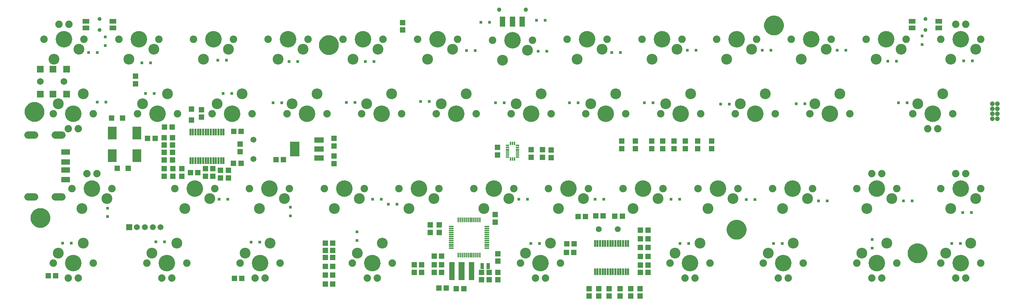
<source format=gbs>
G75*
%MOIN*%
%OFA0B0*%
%FSLAX25Y25*%
%IPPOS*%
%LPD*%
%AMOC8*
5,1,8,0,0,1.08239X$1,22.5*
%
%ADD10R,0.02769X0.02769*%
%ADD11C,0.10800*%
%ADD12C,0.16550*%
%ADD13C,0.07400*%
%ADD14C,0.07493*%
%ADD15R,0.05800X0.05300*%
%ADD16R,0.05300X0.05800*%
%ADD17R,0.01587X0.04737*%
%ADD18R,0.04737X0.01587*%
%ADD19R,0.03556X0.06312*%
%ADD20R,0.05524X0.18123*%
%ADD21R,0.06312X0.18123*%
%ADD22R,0.02375X0.06706*%
%ADD23C,0.05950*%
%ADD24R,0.09600X0.05600*%
%ADD25R,0.09461X0.14973*%
%ADD26R,0.05950X0.05950*%
%ADD27R,0.05524X0.05524*%
%ADD28R,0.08674X0.12611*%
%ADD29C,0.06706*%
%ADD30R,0.06706X0.06706*%
%ADD31C,0.07400*%
%ADD32R,0.08674X0.05524*%
%ADD33R,0.03457X0.01784*%
%ADD34R,0.01784X0.03457*%
%ADD35R,0.06902X0.04737*%
%ADD36C,0.03950*%
%ADD37C,0.04343*%
%ADD38R,0.05524X0.10446*%
%ADD39C,0.04769*%
%ADD40C,0.09068*%
%ADD41C,0.04000*%
%ADD42C,0.07874*%
D10*
X0047008Y0066842D03*
X0055669Y0066842D03*
X0091783Y0093368D03*
X0091783Y0102029D03*
X0140069Y0068092D03*
X0148730Y0068092D03*
X0235413Y0067748D03*
X0244075Y0067748D03*
X0274789Y0094141D03*
X0274789Y0102803D03*
X0212175Y0111006D03*
X0203514Y0111006D03*
X0341449Y0078331D03*
X0341449Y0069670D03*
X0372825Y0105878D03*
X0365925Y0111006D03*
X0357264Y0111006D03*
X0381486Y0105878D03*
X0503514Y0111006D03*
X0512175Y0111006D03*
X0579764Y0111006D03*
X0588425Y0111006D03*
X0656014Y0111006D03*
X0664675Y0111006D03*
X0731102Y0110454D03*
X0739764Y0110454D03*
X0803602Y0109204D03*
X0812264Y0109204D03*
X0888602Y0109204D03*
X0897264Y0109204D03*
X0947736Y0097679D03*
X0956398Y0097679D03*
X0945404Y0066488D03*
X0936742Y0066488D03*
X0857372Y0070514D03*
X0857372Y0061852D03*
X0767116Y0066517D03*
X0758455Y0066517D03*
X0673465Y0066517D03*
X0664803Y0066517D03*
X0524075Y0066498D03*
X0515413Y0066498D03*
X0705561Y0206134D03*
X0714222Y0206134D03*
X0781181Y0206567D03*
X0789843Y0206567D03*
X0883396Y0207462D03*
X0892057Y0207462D03*
X0881486Y0249264D03*
X0872825Y0249264D03*
X0830925Y0260120D03*
X0822264Y0260120D03*
X0755925Y0260120D03*
X0747264Y0260120D03*
X0680925Y0260120D03*
X0672264Y0260120D03*
X0605157Y0257974D03*
X0596496Y0257974D03*
X0531407Y0259224D03*
X0522746Y0259224D03*
X0459907Y0259974D03*
X0451246Y0259974D03*
X0465469Y0288167D03*
X0474131Y0288167D03*
X0521219Y0290267D03*
X0529881Y0290267D03*
X0358504Y0248909D03*
X0349843Y0248909D03*
X0282254Y0248909D03*
X0273593Y0248909D03*
X0211004Y0250159D03*
X0202343Y0250159D03*
X0134754Y0247659D03*
X0126093Y0247659D03*
X0081407Y0257974D03*
X0072746Y0257974D03*
X0089600Y0264836D03*
X0089600Y0273497D03*
X0130020Y0216960D03*
X0138681Y0216960D03*
X0090131Y0208260D03*
X0081470Y0208260D03*
X0207520Y0216960D03*
X0216181Y0216960D03*
X0257569Y0207423D03*
X0266230Y0207423D03*
X0330856Y0207718D03*
X0339518Y0207718D03*
X0405364Y0208811D03*
X0414026Y0208811D03*
X0480364Y0207561D03*
X0489026Y0207561D03*
X0554114Y0207561D03*
X0562776Y0207561D03*
X0629311Y0207384D03*
X0637972Y0207384D03*
X0907200Y0265836D03*
X0907200Y0274497D03*
X0948770Y0249569D03*
X0957431Y0249569D03*
D11*
X0935945Y0251252D03*
X0960945Y0261252D03*
X0886142Y0261252D03*
X0861142Y0251252D03*
X0811339Y0261252D03*
X0786339Y0251252D03*
X0736535Y0261252D03*
X0711535Y0251252D03*
X0661732Y0261252D03*
X0636732Y0251252D03*
X0586929Y0261252D03*
X0561929Y0251252D03*
X0512126Y0260267D03*
X0487126Y0250267D03*
X0437323Y0261252D03*
X0412323Y0251252D03*
X0362520Y0261252D03*
X0337520Y0251252D03*
X0287717Y0261252D03*
X0262717Y0251252D03*
X0212913Y0261252D03*
X0187913Y0251252D03*
X0138110Y0261252D03*
X0113110Y0251252D03*
X0063307Y0261252D03*
X0038307Y0251252D03*
X0067657Y0216449D03*
X0042657Y0206449D03*
X0126811Y0206449D03*
X0151811Y0216449D03*
X0201614Y0206449D03*
X0226614Y0216449D03*
X0276417Y0206449D03*
X0301417Y0216449D03*
X0351220Y0206449D03*
X0376220Y0216449D03*
X0426024Y0206449D03*
X0451024Y0216449D03*
X0500827Y0206449D03*
X0525827Y0216449D03*
X0575630Y0206449D03*
X0600630Y0216449D03*
X0650433Y0206449D03*
X0675433Y0216449D03*
X0725236Y0206449D03*
X0750236Y0216449D03*
X0800039Y0206449D03*
X0825039Y0216449D03*
X0902894Y0206449D03*
X0927894Y0216449D03*
X0960945Y0111645D03*
X0935945Y0101645D03*
X0876791Y0111645D03*
X0851791Y0101645D03*
X0792638Y0111645D03*
X0767638Y0101645D03*
X0717835Y0111645D03*
X0692835Y0101645D03*
X0643031Y0111645D03*
X0618031Y0101645D03*
X0568228Y0111645D03*
X0543228Y0101645D03*
X0493425Y0111645D03*
X0468425Y0101645D03*
X0418622Y0111645D03*
X0393622Y0101645D03*
X0343819Y0111645D03*
X0318819Y0101645D03*
X0269016Y0111645D03*
X0244016Y0101645D03*
X0194213Y0111645D03*
X0169213Y0101645D03*
X0091358Y0111645D03*
X0066358Y0101645D03*
X0067657Y0066842D03*
X0042657Y0056842D03*
X0136161Y0056842D03*
X0161161Y0066842D03*
X0229665Y0056842D03*
X0254665Y0066842D03*
X0341870Y0056842D03*
X0366870Y0066842D03*
X0510177Y0056842D03*
X0535177Y0066842D03*
X0659783Y0056842D03*
X0684783Y0066842D03*
X0753287Y0056842D03*
X0778287Y0066842D03*
X0846791Y0056842D03*
X0871791Y0066842D03*
X0930945Y0056842D03*
X0955945Y0066842D03*
D12*
X0945945Y0046842D03*
X0861791Y0046842D03*
X0768287Y0046842D03*
X0674783Y0046842D03*
X0525177Y0046842D03*
X0356870Y0046842D03*
X0244665Y0046842D03*
X0151161Y0046842D03*
X0057657Y0046842D03*
X0076358Y0121645D03*
X0179213Y0121645D03*
X0254016Y0121645D03*
X0328819Y0121645D03*
X0403622Y0121645D03*
X0478425Y0121645D03*
X0553228Y0121645D03*
X0628031Y0121645D03*
X0702835Y0121645D03*
X0777638Y0121645D03*
X0861791Y0121645D03*
X0945945Y0121645D03*
X0917894Y0196449D03*
X0815039Y0196449D03*
X0740236Y0196449D03*
X0665433Y0196449D03*
X0590630Y0196449D03*
X0515827Y0196449D03*
X0441024Y0196449D03*
X0366220Y0196449D03*
X0291417Y0196449D03*
X0216614Y0196449D03*
X0141811Y0196449D03*
X0057657Y0196449D03*
X0048307Y0271252D03*
X0123110Y0271252D03*
X0197913Y0271252D03*
X0272717Y0271252D03*
X0347520Y0271252D03*
X0422323Y0271252D03*
X0497126Y0270267D03*
X0571929Y0271252D03*
X0646732Y0271252D03*
X0721535Y0271252D03*
X0796339Y0271252D03*
X0871142Y0271252D03*
X0945945Y0271252D03*
D13*
X0052657Y0031842D03*
X0062657Y0031842D03*
X0146161Y0031842D03*
X0156161Y0031842D03*
X0239665Y0031842D03*
X0249665Y0031842D03*
X0351870Y0031842D03*
X0361870Y0031842D03*
X0520177Y0031842D03*
X0530177Y0031842D03*
X0669783Y0031842D03*
X0679783Y0031842D03*
X0763287Y0031842D03*
X0773287Y0031842D03*
X0856791Y0031842D03*
X0866791Y0031842D03*
X0940945Y0031842D03*
X0950945Y0031842D03*
X0950945Y0136645D03*
X0940945Y0136645D03*
X0866791Y0136645D03*
X0856791Y0136645D03*
X0912894Y0181449D03*
X0922894Y0181449D03*
X0940945Y0286252D03*
X0950945Y0286252D03*
X0081358Y0136645D03*
X0071358Y0136645D03*
X0062657Y0181449D03*
X0052657Y0181449D03*
X0053307Y0286252D03*
X0043307Y0286252D03*
D14*
X0028307Y0271252D03*
X0068307Y0271252D03*
X0103110Y0271252D03*
X0143110Y0271252D03*
X0177913Y0271252D03*
X0217913Y0271252D03*
X0252717Y0271252D03*
X0292717Y0271252D03*
X0327520Y0271252D03*
X0367520Y0271252D03*
X0402323Y0271252D03*
X0442323Y0271252D03*
X0477126Y0270267D03*
X0517126Y0270267D03*
X0551929Y0271252D03*
X0591929Y0271252D03*
X0626732Y0271252D03*
X0666732Y0271252D03*
X0701535Y0271252D03*
X0741535Y0271252D03*
X0776339Y0271252D03*
X0816339Y0271252D03*
X0851142Y0271252D03*
X0891142Y0271252D03*
X0925945Y0271252D03*
X0965945Y0271252D03*
X0937894Y0196449D03*
X0897894Y0196449D03*
X0835039Y0196449D03*
X0795039Y0196449D03*
X0760236Y0196449D03*
X0720236Y0196449D03*
X0685433Y0196449D03*
X0645433Y0196449D03*
X0610630Y0196449D03*
X0570630Y0196449D03*
X0535827Y0196449D03*
X0495827Y0196449D03*
X0461024Y0196449D03*
X0421024Y0196449D03*
X0386220Y0196449D03*
X0346220Y0196449D03*
X0311417Y0196449D03*
X0271417Y0196449D03*
X0236614Y0196449D03*
X0196614Y0196449D03*
X0161811Y0196449D03*
X0121811Y0196449D03*
X0077657Y0196449D03*
X0037657Y0196449D03*
X0056358Y0121645D03*
X0096358Y0121645D03*
X0159213Y0121645D03*
X0199213Y0121645D03*
X0234016Y0121645D03*
X0274016Y0121645D03*
X0308819Y0121645D03*
X0348819Y0121645D03*
X0383622Y0121645D03*
X0423622Y0121645D03*
X0458425Y0121645D03*
X0498425Y0121645D03*
X0533228Y0121645D03*
X0573228Y0121645D03*
X0608031Y0121645D03*
X0648031Y0121645D03*
X0682835Y0121645D03*
X0722835Y0121645D03*
X0757638Y0121645D03*
X0797638Y0121645D03*
X0841791Y0121645D03*
X0881791Y0121645D03*
X0925945Y0121645D03*
X0965945Y0121645D03*
X0965945Y0046842D03*
X0925945Y0046842D03*
X0881791Y0046842D03*
X0841791Y0046842D03*
X0788287Y0046842D03*
X0748287Y0046842D03*
X0694783Y0046842D03*
X0654783Y0046842D03*
X0545177Y0046842D03*
X0505177Y0046842D03*
X0376870Y0046842D03*
X0336870Y0046842D03*
X0264665Y0046842D03*
X0224665Y0046842D03*
X0171161Y0046842D03*
X0131161Y0046842D03*
X0077657Y0046842D03*
X0037657Y0046842D03*
D15*
X0204800Y0132317D03*
X0197300Y0133917D03*
X0189800Y0133917D03*
X0189800Y0141417D03*
X0197300Y0141417D03*
X0204800Y0139817D03*
X0212850Y0139817D03*
X0212850Y0132317D03*
X0166200Y0133917D03*
X0157100Y0133917D03*
X0148700Y0133917D03*
X0148700Y0141417D03*
X0157100Y0141417D03*
X0166200Y0141417D03*
X0156950Y0150217D03*
X0148550Y0150217D03*
X0148550Y0157717D03*
X0156950Y0157717D03*
X0156950Y0165067D03*
X0148550Y0165067D03*
X0148550Y0172567D03*
X0156950Y0172567D03*
X0186050Y0193067D03*
X0186050Y0200567D03*
X0120000Y0226567D03*
X0120000Y0234067D03*
X0224600Y0166117D03*
X0224600Y0158617D03*
X0318600Y0154117D03*
X0318600Y0146617D03*
X0318600Y0164217D03*
X0318600Y0171717D03*
X0482100Y0162817D03*
X0482100Y0155317D03*
X0515950Y0153017D03*
X0527350Y0153017D03*
X0535950Y0152667D03*
X0535950Y0160167D03*
X0527350Y0160517D03*
X0515950Y0160517D03*
X0606450Y0161567D03*
X0620200Y0161567D03*
X0620200Y0169067D03*
X0606450Y0169067D03*
X0636450Y0169067D03*
X0647700Y0169067D03*
X0658950Y0169067D03*
X0670200Y0169067D03*
X0670200Y0161567D03*
X0658950Y0161567D03*
X0647700Y0161567D03*
X0636450Y0161567D03*
X0682700Y0161567D03*
X0696450Y0161567D03*
X0696450Y0169067D03*
X0682700Y0169067D03*
X0479850Y0095367D03*
X0479850Y0087867D03*
X0423750Y0085067D03*
X0415000Y0085067D03*
X0415000Y0077567D03*
X0423750Y0077567D03*
X0482500Y0056317D03*
X0482500Y0048817D03*
X0482500Y0037567D03*
X0473750Y0037567D03*
X0466250Y0037567D03*
X0466250Y0030067D03*
X0473750Y0030067D03*
X0482500Y0030067D03*
X0573800Y0021317D03*
X0583400Y0021317D03*
X0593800Y0021317D03*
X0605000Y0021317D03*
X0615400Y0021317D03*
X0625000Y0021317D03*
X0625000Y0013817D03*
X0615400Y0013817D03*
X0605000Y0013817D03*
X0593800Y0013817D03*
X0583400Y0013817D03*
X0573800Y0013817D03*
X0387300Y0280417D03*
X0387300Y0287917D03*
D16*
X0156500Y0183067D03*
X0149000Y0183067D03*
X0139550Y0171817D03*
X0132050Y0171817D03*
X0218200Y0179017D03*
X0225700Y0179017D03*
X0260450Y0150567D03*
X0267950Y0150567D03*
X0225550Y0146967D03*
X0218050Y0146967D03*
X0182250Y0137667D03*
X0174750Y0137667D03*
X0309850Y0066767D03*
X0317350Y0066767D03*
X0317350Y0059567D03*
X0309850Y0059567D03*
X0309850Y0052367D03*
X0317350Y0052367D03*
X0317350Y0043567D03*
X0309850Y0043567D03*
X0309850Y0034767D03*
X0317350Y0034767D03*
X0317350Y0025967D03*
X0309850Y0025967D03*
X0226250Y0031567D03*
X0218750Y0031567D03*
X0040000Y0034067D03*
X0032500Y0034067D03*
X0398750Y0037567D03*
X0406250Y0037567D03*
X0418750Y0037567D03*
X0426250Y0037567D03*
X0426250Y0045067D03*
X0418750Y0045067D03*
X0406250Y0045067D03*
X0398750Y0045067D03*
X0418750Y0053817D03*
X0426250Y0053817D03*
X0423450Y0021967D03*
X0430950Y0021967D03*
X0441050Y0021167D03*
X0448550Y0021167D03*
X0551100Y0057517D03*
X0558600Y0057517D03*
X0558950Y0066317D03*
X0551450Y0066317D03*
X0625250Y0062367D03*
X0632750Y0062367D03*
X0632750Y0071167D03*
X0625250Y0071167D03*
X0625250Y0079967D03*
X0632750Y0079967D03*
X0607150Y0093767D03*
X0599650Y0093767D03*
X0587950Y0094167D03*
X0580450Y0094167D03*
X0570350Y0093567D03*
X0562850Y0093567D03*
X0625250Y0053567D03*
X0632750Y0053567D03*
X0632750Y0044767D03*
X0625250Y0044767D03*
X0625250Y0037567D03*
X0632750Y0037567D03*
D17*
X0464577Y0054850D03*
X0462608Y0054850D03*
X0460640Y0054850D03*
X0458671Y0054850D03*
X0456703Y0054850D03*
X0454734Y0054850D03*
X0452766Y0054850D03*
X0450797Y0054850D03*
X0448829Y0054850D03*
X0446860Y0054850D03*
X0444892Y0054850D03*
X0442923Y0054850D03*
X0442923Y0090283D03*
X0444892Y0090283D03*
X0446860Y0090283D03*
X0448829Y0090283D03*
X0450797Y0090283D03*
X0452766Y0090283D03*
X0454734Y0090283D03*
X0456703Y0090283D03*
X0458671Y0090283D03*
X0460640Y0090283D03*
X0462608Y0090283D03*
X0464577Y0090283D03*
D18*
X0471467Y0083393D03*
X0471467Y0081425D03*
X0471467Y0079456D03*
X0471467Y0077488D03*
X0471467Y0075519D03*
X0471467Y0073551D03*
X0471467Y0071582D03*
X0471467Y0069614D03*
X0471467Y0067645D03*
X0471467Y0065677D03*
X0471467Y0063708D03*
X0471467Y0061740D03*
X0436033Y0061740D03*
X0436033Y0063708D03*
X0436033Y0065677D03*
X0436033Y0067645D03*
X0436033Y0069614D03*
X0436033Y0071582D03*
X0436033Y0073551D03*
X0436033Y0075519D03*
X0436033Y0077488D03*
X0436033Y0079456D03*
X0436033Y0081425D03*
X0436033Y0083393D03*
D19*
X0467047Y0043817D03*
X0472953Y0043817D03*
D20*
X0456093Y0038817D03*
X0436407Y0038817D03*
D21*
X0446250Y0038817D03*
D22*
X0579766Y0038095D03*
X0582325Y0038095D03*
X0584884Y0038095D03*
X0587443Y0038095D03*
X0590002Y0038095D03*
X0592561Y0038095D03*
X0595120Y0038095D03*
X0597680Y0038095D03*
X0600239Y0038095D03*
X0602798Y0038095D03*
X0605357Y0038095D03*
X0607916Y0038095D03*
X0610475Y0038095D03*
X0613034Y0038095D03*
X0613034Y0066638D03*
X0610475Y0066638D03*
X0607916Y0066638D03*
X0605357Y0066638D03*
X0602798Y0066638D03*
X0600239Y0066638D03*
X0597680Y0066638D03*
X0595120Y0066638D03*
X0592561Y0066638D03*
X0590002Y0066638D03*
X0587443Y0066638D03*
X0584884Y0066638D03*
X0582325Y0066638D03*
X0579766Y0066638D03*
X0208034Y0149695D03*
X0205475Y0149695D03*
X0202916Y0149695D03*
X0200357Y0149695D03*
X0197798Y0149695D03*
X0195239Y0149695D03*
X0192680Y0149695D03*
X0190120Y0149695D03*
X0187561Y0149695D03*
X0185002Y0149695D03*
X0182443Y0149695D03*
X0179884Y0149695D03*
X0177325Y0149695D03*
X0174766Y0149695D03*
X0174766Y0178238D03*
X0177325Y0178238D03*
X0179884Y0178238D03*
X0182443Y0178238D03*
X0185002Y0178238D03*
X0187561Y0178238D03*
X0190120Y0178238D03*
X0192680Y0178238D03*
X0195239Y0178238D03*
X0197798Y0178238D03*
X0200357Y0178238D03*
X0202916Y0178238D03*
X0205475Y0178238D03*
X0208034Y0178238D03*
D23*
X0237850Y0170373D03*
X0237850Y0151160D03*
X0144948Y0082767D03*
X0137074Y0082767D03*
X0129200Y0082767D03*
X0121326Y0082767D03*
X0583394Y0080767D03*
X0602606Y0080767D03*
D24*
X0303600Y0152067D03*
X0303600Y0161167D03*
X0303600Y0170267D03*
D25*
X0279199Y0161167D03*
D26*
X0113452Y0082767D03*
D27*
X0112662Y0141967D03*
X0101638Y0141967D03*
X0176050Y0190055D03*
X0176050Y0201078D03*
X0106962Y0192167D03*
X0095938Y0192167D03*
D28*
X0096548Y0177167D03*
X0121352Y0177167D03*
X0121352Y0154667D03*
X0096548Y0154667D03*
D29*
X0048172Y0228717D03*
X0024550Y0228717D03*
D30*
X0024550Y0241315D03*
X0037148Y0241315D03*
X0050928Y0241315D03*
X0050928Y0216118D03*
X0037148Y0216118D03*
X0024550Y0216118D03*
D31*
X0018930Y0175172D02*
X0012330Y0175172D01*
X0039456Y0175172D02*
X0046056Y0175172D01*
X0046056Y0113361D02*
X0039456Y0113361D01*
X0018930Y0113361D02*
X0012330Y0113361D01*
D32*
X0049764Y0130487D03*
X0049764Y0140330D03*
X0049764Y0148204D03*
X0049764Y0158046D03*
D33*
X0492156Y0157078D03*
X0492156Y0155110D03*
X0492156Y0153141D03*
X0492156Y0159047D03*
X0492156Y0161015D03*
X0492156Y0162984D03*
X0492156Y0164952D03*
X0502096Y0164952D03*
X0502096Y0162984D03*
X0502096Y0161015D03*
X0502096Y0159047D03*
X0502096Y0157078D03*
X0502096Y0155110D03*
X0502096Y0153141D03*
D34*
X0499094Y0151124D03*
X0497126Y0151124D03*
X0495157Y0151124D03*
X0495157Y0166970D03*
X0497126Y0166970D03*
X0499094Y0166970D03*
D35*
X0897126Y0282669D03*
X0897126Y0289362D03*
X0923898Y0289362D03*
X0923898Y0282669D03*
X0097126Y0282669D03*
X0097126Y0289362D03*
X0070354Y0289362D03*
X0070354Y0282669D03*
D36*
X0083740Y0280602D03*
X0083740Y0291429D03*
X0910512Y0291429D03*
X0910512Y0280602D03*
D37*
X0510512Y0301017D03*
X0483740Y0301017D03*
D38*
X0487283Y0288910D03*
X0497126Y0288910D03*
X0506969Y0288910D03*
D39*
X0977500Y0206567D03*
X0982500Y0206567D03*
X0982500Y0201567D03*
X0977500Y0201567D03*
X0977500Y0196567D03*
X0982500Y0196567D03*
X0982500Y0191567D03*
X0977500Y0191567D03*
D40*
X0758937Y0285031D03*
X0313455Y0265346D03*
X0018780Y0198417D03*
X0024685Y0092118D03*
X0721535Y0080307D03*
X0902638Y0056685D03*
D41*
X0909538Y0056585D03*
X0907638Y0051685D03*
X0902438Y0049685D03*
X0897638Y0051785D03*
X0895638Y0056685D03*
X0897738Y0061485D03*
X0902838Y0063585D03*
X0907638Y0061685D03*
X0728435Y0080207D03*
X0726535Y0075307D03*
X0721335Y0073307D03*
X0716535Y0075407D03*
X0714535Y0080307D03*
X0716635Y0085107D03*
X0721735Y0087207D03*
X0726535Y0085307D03*
X0318455Y0260346D03*
X0313255Y0258346D03*
X0308455Y0260446D03*
X0306455Y0265346D03*
X0308555Y0270146D03*
X0313655Y0272246D03*
X0318455Y0270346D03*
X0320355Y0265246D03*
X0025680Y0198317D03*
X0023780Y0203417D03*
X0018980Y0205317D03*
X0013880Y0203217D03*
X0011780Y0198417D03*
X0013780Y0193517D03*
X0018580Y0191417D03*
X0023780Y0193417D03*
X0024885Y0099018D03*
X0029685Y0097118D03*
X0031585Y0092018D03*
X0029685Y0087118D03*
X0024485Y0085118D03*
X0019685Y0087218D03*
X0017685Y0092118D03*
X0019785Y0096918D03*
X0751937Y0285031D03*
X0753937Y0280131D03*
X0758737Y0278031D03*
X0763937Y0280031D03*
X0765837Y0284931D03*
X0763937Y0290031D03*
X0759137Y0291931D03*
X0754037Y0289831D03*
D42*
X0753031Y0285031D02*
X0753033Y0285184D01*
X0753039Y0285338D01*
X0753049Y0285491D01*
X0753063Y0285643D01*
X0753081Y0285796D01*
X0753103Y0285947D01*
X0753128Y0286098D01*
X0753158Y0286249D01*
X0753192Y0286399D01*
X0753229Y0286547D01*
X0753270Y0286695D01*
X0753315Y0286841D01*
X0753364Y0286987D01*
X0753417Y0287131D01*
X0753473Y0287273D01*
X0753533Y0287414D01*
X0753597Y0287554D01*
X0753664Y0287692D01*
X0753735Y0287828D01*
X0753810Y0287962D01*
X0753887Y0288094D01*
X0753969Y0288224D01*
X0754053Y0288352D01*
X0754141Y0288478D01*
X0754232Y0288601D01*
X0754326Y0288722D01*
X0754424Y0288840D01*
X0754524Y0288956D01*
X0754628Y0289069D01*
X0754734Y0289180D01*
X0754843Y0289288D01*
X0754955Y0289393D01*
X0755069Y0289494D01*
X0755187Y0289593D01*
X0755306Y0289689D01*
X0755428Y0289782D01*
X0755553Y0289871D01*
X0755680Y0289958D01*
X0755809Y0290040D01*
X0755940Y0290120D01*
X0756073Y0290196D01*
X0756208Y0290269D01*
X0756345Y0290338D01*
X0756484Y0290403D01*
X0756624Y0290465D01*
X0756766Y0290523D01*
X0756909Y0290578D01*
X0757054Y0290629D01*
X0757200Y0290676D01*
X0757347Y0290719D01*
X0757495Y0290758D01*
X0757644Y0290794D01*
X0757794Y0290825D01*
X0757945Y0290853D01*
X0758096Y0290877D01*
X0758249Y0290897D01*
X0758401Y0290913D01*
X0758554Y0290925D01*
X0758707Y0290933D01*
X0758860Y0290937D01*
X0759014Y0290937D01*
X0759167Y0290933D01*
X0759320Y0290925D01*
X0759473Y0290913D01*
X0759625Y0290897D01*
X0759778Y0290877D01*
X0759929Y0290853D01*
X0760080Y0290825D01*
X0760230Y0290794D01*
X0760379Y0290758D01*
X0760527Y0290719D01*
X0760674Y0290676D01*
X0760820Y0290629D01*
X0760965Y0290578D01*
X0761108Y0290523D01*
X0761250Y0290465D01*
X0761390Y0290403D01*
X0761529Y0290338D01*
X0761666Y0290269D01*
X0761801Y0290196D01*
X0761934Y0290120D01*
X0762065Y0290040D01*
X0762194Y0289958D01*
X0762321Y0289871D01*
X0762446Y0289782D01*
X0762568Y0289689D01*
X0762687Y0289593D01*
X0762805Y0289494D01*
X0762919Y0289393D01*
X0763031Y0289288D01*
X0763140Y0289180D01*
X0763246Y0289069D01*
X0763350Y0288956D01*
X0763450Y0288840D01*
X0763548Y0288722D01*
X0763642Y0288601D01*
X0763733Y0288478D01*
X0763821Y0288352D01*
X0763905Y0288224D01*
X0763987Y0288094D01*
X0764064Y0287962D01*
X0764139Y0287828D01*
X0764210Y0287692D01*
X0764277Y0287554D01*
X0764341Y0287414D01*
X0764401Y0287273D01*
X0764457Y0287131D01*
X0764510Y0286987D01*
X0764559Y0286841D01*
X0764604Y0286695D01*
X0764645Y0286547D01*
X0764682Y0286399D01*
X0764716Y0286249D01*
X0764746Y0286098D01*
X0764771Y0285947D01*
X0764793Y0285796D01*
X0764811Y0285643D01*
X0764825Y0285491D01*
X0764835Y0285338D01*
X0764841Y0285184D01*
X0764843Y0285031D01*
X0764841Y0284878D01*
X0764835Y0284724D01*
X0764825Y0284571D01*
X0764811Y0284419D01*
X0764793Y0284266D01*
X0764771Y0284115D01*
X0764746Y0283964D01*
X0764716Y0283813D01*
X0764682Y0283663D01*
X0764645Y0283515D01*
X0764604Y0283367D01*
X0764559Y0283221D01*
X0764510Y0283075D01*
X0764457Y0282931D01*
X0764401Y0282789D01*
X0764341Y0282648D01*
X0764277Y0282508D01*
X0764210Y0282370D01*
X0764139Y0282234D01*
X0764064Y0282100D01*
X0763987Y0281968D01*
X0763905Y0281838D01*
X0763821Y0281710D01*
X0763733Y0281584D01*
X0763642Y0281461D01*
X0763548Y0281340D01*
X0763450Y0281222D01*
X0763350Y0281106D01*
X0763246Y0280993D01*
X0763140Y0280882D01*
X0763031Y0280774D01*
X0762919Y0280669D01*
X0762805Y0280568D01*
X0762687Y0280469D01*
X0762568Y0280373D01*
X0762446Y0280280D01*
X0762321Y0280191D01*
X0762194Y0280104D01*
X0762065Y0280022D01*
X0761934Y0279942D01*
X0761801Y0279866D01*
X0761666Y0279793D01*
X0761529Y0279724D01*
X0761390Y0279659D01*
X0761250Y0279597D01*
X0761108Y0279539D01*
X0760965Y0279484D01*
X0760820Y0279433D01*
X0760674Y0279386D01*
X0760527Y0279343D01*
X0760379Y0279304D01*
X0760230Y0279268D01*
X0760080Y0279237D01*
X0759929Y0279209D01*
X0759778Y0279185D01*
X0759625Y0279165D01*
X0759473Y0279149D01*
X0759320Y0279137D01*
X0759167Y0279129D01*
X0759014Y0279125D01*
X0758860Y0279125D01*
X0758707Y0279129D01*
X0758554Y0279137D01*
X0758401Y0279149D01*
X0758249Y0279165D01*
X0758096Y0279185D01*
X0757945Y0279209D01*
X0757794Y0279237D01*
X0757644Y0279268D01*
X0757495Y0279304D01*
X0757347Y0279343D01*
X0757200Y0279386D01*
X0757054Y0279433D01*
X0756909Y0279484D01*
X0756766Y0279539D01*
X0756624Y0279597D01*
X0756484Y0279659D01*
X0756345Y0279724D01*
X0756208Y0279793D01*
X0756073Y0279866D01*
X0755940Y0279942D01*
X0755809Y0280022D01*
X0755680Y0280104D01*
X0755553Y0280191D01*
X0755428Y0280280D01*
X0755306Y0280373D01*
X0755187Y0280469D01*
X0755069Y0280568D01*
X0754955Y0280669D01*
X0754843Y0280774D01*
X0754734Y0280882D01*
X0754628Y0280993D01*
X0754524Y0281106D01*
X0754424Y0281222D01*
X0754326Y0281340D01*
X0754232Y0281461D01*
X0754141Y0281584D01*
X0754053Y0281710D01*
X0753969Y0281838D01*
X0753887Y0281968D01*
X0753810Y0282100D01*
X0753735Y0282234D01*
X0753664Y0282370D01*
X0753597Y0282508D01*
X0753533Y0282648D01*
X0753473Y0282789D01*
X0753417Y0282931D01*
X0753364Y0283075D01*
X0753315Y0283221D01*
X0753270Y0283367D01*
X0753229Y0283515D01*
X0753192Y0283663D01*
X0753158Y0283813D01*
X0753128Y0283964D01*
X0753103Y0284115D01*
X0753081Y0284266D01*
X0753063Y0284419D01*
X0753049Y0284571D01*
X0753039Y0284724D01*
X0753033Y0284878D01*
X0753031Y0285031D01*
X0307549Y0265346D02*
X0307551Y0265499D01*
X0307557Y0265653D01*
X0307567Y0265806D01*
X0307581Y0265958D01*
X0307599Y0266111D01*
X0307621Y0266262D01*
X0307646Y0266413D01*
X0307676Y0266564D01*
X0307710Y0266714D01*
X0307747Y0266862D01*
X0307788Y0267010D01*
X0307833Y0267156D01*
X0307882Y0267302D01*
X0307935Y0267446D01*
X0307991Y0267588D01*
X0308051Y0267729D01*
X0308115Y0267869D01*
X0308182Y0268007D01*
X0308253Y0268143D01*
X0308328Y0268277D01*
X0308405Y0268409D01*
X0308487Y0268539D01*
X0308571Y0268667D01*
X0308659Y0268793D01*
X0308750Y0268916D01*
X0308844Y0269037D01*
X0308942Y0269155D01*
X0309042Y0269271D01*
X0309146Y0269384D01*
X0309252Y0269495D01*
X0309361Y0269603D01*
X0309473Y0269708D01*
X0309587Y0269809D01*
X0309705Y0269908D01*
X0309824Y0270004D01*
X0309946Y0270097D01*
X0310071Y0270186D01*
X0310198Y0270273D01*
X0310327Y0270355D01*
X0310458Y0270435D01*
X0310591Y0270511D01*
X0310726Y0270584D01*
X0310863Y0270653D01*
X0311002Y0270718D01*
X0311142Y0270780D01*
X0311284Y0270838D01*
X0311427Y0270893D01*
X0311572Y0270944D01*
X0311718Y0270991D01*
X0311865Y0271034D01*
X0312013Y0271073D01*
X0312162Y0271109D01*
X0312312Y0271140D01*
X0312463Y0271168D01*
X0312614Y0271192D01*
X0312767Y0271212D01*
X0312919Y0271228D01*
X0313072Y0271240D01*
X0313225Y0271248D01*
X0313378Y0271252D01*
X0313532Y0271252D01*
X0313685Y0271248D01*
X0313838Y0271240D01*
X0313991Y0271228D01*
X0314143Y0271212D01*
X0314296Y0271192D01*
X0314447Y0271168D01*
X0314598Y0271140D01*
X0314748Y0271109D01*
X0314897Y0271073D01*
X0315045Y0271034D01*
X0315192Y0270991D01*
X0315338Y0270944D01*
X0315483Y0270893D01*
X0315626Y0270838D01*
X0315768Y0270780D01*
X0315908Y0270718D01*
X0316047Y0270653D01*
X0316184Y0270584D01*
X0316319Y0270511D01*
X0316452Y0270435D01*
X0316583Y0270355D01*
X0316712Y0270273D01*
X0316839Y0270186D01*
X0316964Y0270097D01*
X0317086Y0270004D01*
X0317205Y0269908D01*
X0317323Y0269809D01*
X0317437Y0269708D01*
X0317549Y0269603D01*
X0317658Y0269495D01*
X0317764Y0269384D01*
X0317868Y0269271D01*
X0317968Y0269155D01*
X0318066Y0269037D01*
X0318160Y0268916D01*
X0318251Y0268793D01*
X0318339Y0268667D01*
X0318423Y0268539D01*
X0318505Y0268409D01*
X0318582Y0268277D01*
X0318657Y0268143D01*
X0318728Y0268007D01*
X0318795Y0267869D01*
X0318859Y0267729D01*
X0318919Y0267588D01*
X0318975Y0267446D01*
X0319028Y0267302D01*
X0319077Y0267156D01*
X0319122Y0267010D01*
X0319163Y0266862D01*
X0319200Y0266714D01*
X0319234Y0266564D01*
X0319264Y0266413D01*
X0319289Y0266262D01*
X0319311Y0266111D01*
X0319329Y0265958D01*
X0319343Y0265806D01*
X0319353Y0265653D01*
X0319359Y0265499D01*
X0319361Y0265346D01*
X0319359Y0265193D01*
X0319353Y0265039D01*
X0319343Y0264886D01*
X0319329Y0264734D01*
X0319311Y0264581D01*
X0319289Y0264430D01*
X0319264Y0264279D01*
X0319234Y0264128D01*
X0319200Y0263978D01*
X0319163Y0263830D01*
X0319122Y0263682D01*
X0319077Y0263536D01*
X0319028Y0263390D01*
X0318975Y0263246D01*
X0318919Y0263104D01*
X0318859Y0262963D01*
X0318795Y0262823D01*
X0318728Y0262685D01*
X0318657Y0262549D01*
X0318582Y0262415D01*
X0318505Y0262283D01*
X0318423Y0262153D01*
X0318339Y0262025D01*
X0318251Y0261899D01*
X0318160Y0261776D01*
X0318066Y0261655D01*
X0317968Y0261537D01*
X0317868Y0261421D01*
X0317764Y0261308D01*
X0317658Y0261197D01*
X0317549Y0261089D01*
X0317437Y0260984D01*
X0317323Y0260883D01*
X0317205Y0260784D01*
X0317086Y0260688D01*
X0316964Y0260595D01*
X0316839Y0260506D01*
X0316712Y0260419D01*
X0316583Y0260337D01*
X0316452Y0260257D01*
X0316319Y0260181D01*
X0316184Y0260108D01*
X0316047Y0260039D01*
X0315908Y0259974D01*
X0315768Y0259912D01*
X0315626Y0259854D01*
X0315483Y0259799D01*
X0315338Y0259748D01*
X0315192Y0259701D01*
X0315045Y0259658D01*
X0314897Y0259619D01*
X0314748Y0259583D01*
X0314598Y0259552D01*
X0314447Y0259524D01*
X0314296Y0259500D01*
X0314143Y0259480D01*
X0313991Y0259464D01*
X0313838Y0259452D01*
X0313685Y0259444D01*
X0313532Y0259440D01*
X0313378Y0259440D01*
X0313225Y0259444D01*
X0313072Y0259452D01*
X0312919Y0259464D01*
X0312767Y0259480D01*
X0312614Y0259500D01*
X0312463Y0259524D01*
X0312312Y0259552D01*
X0312162Y0259583D01*
X0312013Y0259619D01*
X0311865Y0259658D01*
X0311718Y0259701D01*
X0311572Y0259748D01*
X0311427Y0259799D01*
X0311284Y0259854D01*
X0311142Y0259912D01*
X0311002Y0259974D01*
X0310863Y0260039D01*
X0310726Y0260108D01*
X0310591Y0260181D01*
X0310458Y0260257D01*
X0310327Y0260337D01*
X0310198Y0260419D01*
X0310071Y0260506D01*
X0309946Y0260595D01*
X0309824Y0260688D01*
X0309705Y0260784D01*
X0309587Y0260883D01*
X0309473Y0260984D01*
X0309361Y0261089D01*
X0309252Y0261197D01*
X0309146Y0261308D01*
X0309042Y0261421D01*
X0308942Y0261537D01*
X0308844Y0261655D01*
X0308750Y0261776D01*
X0308659Y0261899D01*
X0308571Y0262025D01*
X0308487Y0262153D01*
X0308405Y0262283D01*
X0308328Y0262415D01*
X0308253Y0262549D01*
X0308182Y0262685D01*
X0308115Y0262823D01*
X0308051Y0262963D01*
X0307991Y0263104D01*
X0307935Y0263246D01*
X0307882Y0263390D01*
X0307833Y0263536D01*
X0307788Y0263682D01*
X0307747Y0263830D01*
X0307710Y0263978D01*
X0307676Y0264128D01*
X0307646Y0264279D01*
X0307621Y0264430D01*
X0307599Y0264581D01*
X0307581Y0264734D01*
X0307567Y0264886D01*
X0307557Y0265039D01*
X0307551Y0265193D01*
X0307549Y0265346D01*
X0012874Y0198417D02*
X0012876Y0198570D01*
X0012882Y0198724D01*
X0012892Y0198877D01*
X0012906Y0199029D01*
X0012924Y0199182D01*
X0012946Y0199333D01*
X0012971Y0199484D01*
X0013001Y0199635D01*
X0013035Y0199785D01*
X0013072Y0199933D01*
X0013113Y0200081D01*
X0013158Y0200227D01*
X0013207Y0200373D01*
X0013260Y0200517D01*
X0013316Y0200659D01*
X0013376Y0200800D01*
X0013440Y0200940D01*
X0013507Y0201078D01*
X0013578Y0201214D01*
X0013653Y0201348D01*
X0013730Y0201480D01*
X0013812Y0201610D01*
X0013896Y0201738D01*
X0013984Y0201864D01*
X0014075Y0201987D01*
X0014169Y0202108D01*
X0014267Y0202226D01*
X0014367Y0202342D01*
X0014471Y0202455D01*
X0014577Y0202566D01*
X0014686Y0202674D01*
X0014798Y0202779D01*
X0014912Y0202880D01*
X0015030Y0202979D01*
X0015149Y0203075D01*
X0015271Y0203168D01*
X0015396Y0203257D01*
X0015523Y0203344D01*
X0015652Y0203426D01*
X0015783Y0203506D01*
X0015916Y0203582D01*
X0016051Y0203655D01*
X0016188Y0203724D01*
X0016327Y0203789D01*
X0016467Y0203851D01*
X0016609Y0203909D01*
X0016752Y0203964D01*
X0016897Y0204015D01*
X0017043Y0204062D01*
X0017190Y0204105D01*
X0017338Y0204144D01*
X0017487Y0204180D01*
X0017637Y0204211D01*
X0017788Y0204239D01*
X0017939Y0204263D01*
X0018092Y0204283D01*
X0018244Y0204299D01*
X0018397Y0204311D01*
X0018550Y0204319D01*
X0018703Y0204323D01*
X0018857Y0204323D01*
X0019010Y0204319D01*
X0019163Y0204311D01*
X0019316Y0204299D01*
X0019468Y0204283D01*
X0019621Y0204263D01*
X0019772Y0204239D01*
X0019923Y0204211D01*
X0020073Y0204180D01*
X0020222Y0204144D01*
X0020370Y0204105D01*
X0020517Y0204062D01*
X0020663Y0204015D01*
X0020808Y0203964D01*
X0020951Y0203909D01*
X0021093Y0203851D01*
X0021233Y0203789D01*
X0021372Y0203724D01*
X0021509Y0203655D01*
X0021644Y0203582D01*
X0021777Y0203506D01*
X0021908Y0203426D01*
X0022037Y0203344D01*
X0022164Y0203257D01*
X0022289Y0203168D01*
X0022411Y0203075D01*
X0022530Y0202979D01*
X0022648Y0202880D01*
X0022762Y0202779D01*
X0022874Y0202674D01*
X0022983Y0202566D01*
X0023089Y0202455D01*
X0023193Y0202342D01*
X0023293Y0202226D01*
X0023391Y0202108D01*
X0023485Y0201987D01*
X0023576Y0201864D01*
X0023664Y0201738D01*
X0023748Y0201610D01*
X0023830Y0201480D01*
X0023907Y0201348D01*
X0023982Y0201214D01*
X0024053Y0201078D01*
X0024120Y0200940D01*
X0024184Y0200800D01*
X0024244Y0200659D01*
X0024300Y0200517D01*
X0024353Y0200373D01*
X0024402Y0200227D01*
X0024447Y0200081D01*
X0024488Y0199933D01*
X0024525Y0199785D01*
X0024559Y0199635D01*
X0024589Y0199484D01*
X0024614Y0199333D01*
X0024636Y0199182D01*
X0024654Y0199029D01*
X0024668Y0198877D01*
X0024678Y0198724D01*
X0024684Y0198570D01*
X0024686Y0198417D01*
X0024684Y0198264D01*
X0024678Y0198110D01*
X0024668Y0197957D01*
X0024654Y0197805D01*
X0024636Y0197652D01*
X0024614Y0197501D01*
X0024589Y0197350D01*
X0024559Y0197199D01*
X0024525Y0197049D01*
X0024488Y0196901D01*
X0024447Y0196753D01*
X0024402Y0196607D01*
X0024353Y0196461D01*
X0024300Y0196317D01*
X0024244Y0196175D01*
X0024184Y0196034D01*
X0024120Y0195894D01*
X0024053Y0195756D01*
X0023982Y0195620D01*
X0023907Y0195486D01*
X0023830Y0195354D01*
X0023748Y0195224D01*
X0023664Y0195096D01*
X0023576Y0194970D01*
X0023485Y0194847D01*
X0023391Y0194726D01*
X0023293Y0194608D01*
X0023193Y0194492D01*
X0023089Y0194379D01*
X0022983Y0194268D01*
X0022874Y0194160D01*
X0022762Y0194055D01*
X0022648Y0193954D01*
X0022530Y0193855D01*
X0022411Y0193759D01*
X0022289Y0193666D01*
X0022164Y0193577D01*
X0022037Y0193490D01*
X0021908Y0193408D01*
X0021777Y0193328D01*
X0021644Y0193252D01*
X0021509Y0193179D01*
X0021372Y0193110D01*
X0021233Y0193045D01*
X0021093Y0192983D01*
X0020951Y0192925D01*
X0020808Y0192870D01*
X0020663Y0192819D01*
X0020517Y0192772D01*
X0020370Y0192729D01*
X0020222Y0192690D01*
X0020073Y0192654D01*
X0019923Y0192623D01*
X0019772Y0192595D01*
X0019621Y0192571D01*
X0019468Y0192551D01*
X0019316Y0192535D01*
X0019163Y0192523D01*
X0019010Y0192515D01*
X0018857Y0192511D01*
X0018703Y0192511D01*
X0018550Y0192515D01*
X0018397Y0192523D01*
X0018244Y0192535D01*
X0018092Y0192551D01*
X0017939Y0192571D01*
X0017788Y0192595D01*
X0017637Y0192623D01*
X0017487Y0192654D01*
X0017338Y0192690D01*
X0017190Y0192729D01*
X0017043Y0192772D01*
X0016897Y0192819D01*
X0016752Y0192870D01*
X0016609Y0192925D01*
X0016467Y0192983D01*
X0016327Y0193045D01*
X0016188Y0193110D01*
X0016051Y0193179D01*
X0015916Y0193252D01*
X0015783Y0193328D01*
X0015652Y0193408D01*
X0015523Y0193490D01*
X0015396Y0193577D01*
X0015271Y0193666D01*
X0015149Y0193759D01*
X0015030Y0193855D01*
X0014912Y0193954D01*
X0014798Y0194055D01*
X0014686Y0194160D01*
X0014577Y0194268D01*
X0014471Y0194379D01*
X0014367Y0194492D01*
X0014267Y0194608D01*
X0014169Y0194726D01*
X0014075Y0194847D01*
X0013984Y0194970D01*
X0013896Y0195096D01*
X0013812Y0195224D01*
X0013730Y0195354D01*
X0013653Y0195486D01*
X0013578Y0195620D01*
X0013507Y0195756D01*
X0013440Y0195894D01*
X0013376Y0196034D01*
X0013316Y0196175D01*
X0013260Y0196317D01*
X0013207Y0196461D01*
X0013158Y0196607D01*
X0013113Y0196753D01*
X0013072Y0196901D01*
X0013035Y0197049D01*
X0013001Y0197199D01*
X0012971Y0197350D01*
X0012946Y0197501D01*
X0012924Y0197652D01*
X0012906Y0197805D01*
X0012892Y0197957D01*
X0012882Y0198110D01*
X0012876Y0198264D01*
X0012874Y0198417D01*
X0018779Y0092118D02*
X0018781Y0092271D01*
X0018787Y0092425D01*
X0018797Y0092578D01*
X0018811Y0092730D01*
X0018829Y0092883D01*
X0018851Y0093034D01*
X0018876Y0093185D01*
X0018906Y0093336D01*
X0018940Y0093486D01*
X0018977Y0093634D01*
X0019018Y0093782D01*
X0019063Y0093928D01*
X0019112Y0094074D01*
X0019165Y0094218D01*
X0019221Y0094360D01*
X0019281Y0094501D01*
X0019345Y0094641D01*
X0019412Y0094779D01*
X0019483Y0094915D01*
X0019558Y0095049D01*
X0019635Y0095181D01*
X0019717Y0095311D01*
X0019801Y0095439D01*
X0019889Y0095565D01*
X0019980Y0095688D01*
X0020074Y0095809D01*
X0020172Y0095927D01*
X0020272Y0096043D01*
X0020376Y0096156D01*
X0020482Y0096267D01*
X0020591Y0096375D01*
X0020703Y0096480D01*
X0020817Y0096581D01*
X0020935Y0096680D01*
X0021054Y0096776D01*
X0021176Y0096869D01*
X0021301Y0096958D01*
X0021428Y0097045D01*
X0021557Y0097127D01*
X0021688Y0097207D01*
X0021821Y0097283D01*
X0021956Y0097356D01*
X0022093Y0097425D01*
X0022232Y0097490D01*
X0022372Y0097552D01*
X0022514Y0097610D01*
X0022657Y0097665D01*
X0022802Y0097716D01*
X0022948Y0097763D01*
X0023095Y0097806D01*
X0023243Y0097845D01*
X0023392Y0097881D01*
X0023542Y0097912D01*
X0023693Y0097940D01*
X0023844Y0097964D01*
X0023997Y0097984D01*
X0024149Y0098000D01*
X0024302Y0098012D01*
X0024455Y0098020D01*
X0024608Y0098024D01*
X0024762Y0098024D01*
X0024915Y0098020D01*
X0025068Y0098012D01*
X0025221Y0098000D01*
X0025373Y0097984D01*
X0025526Y0097964D01*
X0025677Y0097940D01*
X0025828Y0097912D01*
X0025978Y0097881D01*
X0026127Y0097845D01*
X0026275Y0097806D01*
X0026422Y0097763D01*
X0026568Y0097716D01*
X0026713Y0097665D01*
X0026856Y0097610D01*
X0026998Y0097552D01*
X0027138Y0097490D01*
X0027277Y0097425D01*
X0027414Y0097356D01*
X0027549Y0097283D01*
X0027682Y0097207D01*
X0027813Y0097127D01*
X0027942Y0097045D01*
X0028069Y0096958D01*
X0028194Y0096869D01*
X0028316Y0096776D01*
X0028435Y0096680D01*
X0028553Y0096581D01*
X0028667Y0096480D01*
X0028779Y0096375D01*
X0028888Y0096267D01*
X0028994Y0096156D01*
X0029098Y0096043D01*
X0029198Y0095927D01*
X0029296Y0095809D01*
X0029390Y0095688D01*
X0029481Y0095565D01*
X0029569Y0095439D01*
X0029653Y0095311D01*
X0029735Y0095181D01*
X0029812Y0095049D01*
X0029887Y0094915D01*
X0029958Y0094779D01*
X0030025Y0094641D01*
X0030089Y0094501D01*
X0030149Y0094360D01*
X0030205Y0094218D01*
X0030258Y0094074D01*
X0030307Y0093928D01*
X0030352Y0093782D01*
X0030393Y0093634D01*
X0030430Y0093486D01*
X0030464Y0093336D01*
X0030494Y0093185D01*
X0030519Y0093034D01*
X0030541Y0092883D01*
X0030559Y0092730D01*
X0030573Y0092578D01*
X0030583Y0092425D01*
X0030589Y0092271D01*
X0030591Y0092118D01*
X0030589Y0091965D01*
X0030583Y0091811D01*
X0030573Y0091658D01*
X0030559Y0091506D01*
X0030541Y0091353D01*
X0030519Y0091202D01*
X0030494Y0091051D01*
X0030464Y0090900D01*
X0030430Y0090750D01*
X0030393Y0090602D01*
X0030352Y0090454D01*
X0030307Y0090308D01*
X0030258Y0090162D01*
X0030205Y0090018D01*
X0030149Y0089876D01*
X0030089Y0089735D01*
X0030025Y0089595D01*
X0029958Y0089457D01*
X0029887Y0089321D01*
X0029812Y0089187D01*
X0029735Y0089055D01*
X0029653Y0088925D01*
X0029569Y0088797D01*
X0029481Y0088671D01*
X0029390Y0088548D01*
X0029296Y0088427D01*
X0029198Y0088309D01*
X0029098Y0088193D01*
X0028994Y0088080D01*
X0028888Y0087969D01*
X0028779Y0087861D01*
X0028667Y0087756D01*
X0028553Y0087655D01*
X0028435Y0087556D01*
X0028316Y0087460D01*
X0028194Y0087367D01*
X0028069Y0087278D01*
X0027942Y0087191D01*
X0027813Y0087109D01*
X0027682Y0087029D01*
X0027549Y0086953D01*
X0027414Y0086880D01*
X0027277Y0086811D01*
X0027138Y0086746D01*
X0026998Y0086684D01*
X0026856Y0086626D01*
X0026713Y0086571D01*
X0026568Y0086520D01*
X0026422Y0086473D01*
X0026275Y0086430D01*
X0026127Y0086391D01*
X0025978Y0086355D01*
X0025828Y0086324D01*
X0025677Y0086296D01*
X0025526Y0086272D01*
X0025373Y0086252D01*
X0025221Y0086236D01*
X0025068Y0086224D01*
X0024915Y0086216D01*
X0024762Y0086212D01*
X0024608Y0086212D01*
X0024455Y0086216D01*
X0024302Y0086224D01*
X0024149Y0086236D01*
X0023997Y0086252D01*
X0023844Y0086272D01*
X0023693Y0086296D01*
X0023542Y0086324D01*
X0023392Y0086355D01*
X0023243Y0086391D01*
X0023095Y0086430D01*
X0022948Y0086473D01*
X0022802Y0086520D01*
X0022657Y0086571D01*
X0022514Y0086626D01*
X0022372Y0086684D01*
X0022232Y0086746D01*
X0022093Y0086811D01*
X0021956Y0086880D01*
X0021821Y0086953D01*
X0021688Y0087029D01*
X0021557Y0087109D01*
X0021428Y0087191D01*
X0021301Y0087278D01*
X0021176Y0087367D01*
X0021054Y0087460D01*
X0020935Y0087556D01*
X0020817Y0087655D01*
X0020703Y0087756D01*
X0020591Y0087861D01*
X0020482Y0087969D01*
X0020376Y0088080D01*
X0020272Y0088193D01*
X0020172Y0088309D01*
X0020074Y0088427D01*
X0019980Y0088548D01*
X0019889Y0088671D01*
X0019801Y0088797D01*
X0019717Y0088925D01*
X0019635Y0089055D01*
X0019558Y0089187D01*
X0019483Y0089321D01*
X0019412Y0089457D01*
X0019345Y0089595D01*
X0019281Y0089735D01*
X0019221Y0089876D01*
X0019165Y0090018D01*
X0019112Y0090162D01*
X0019063Y0090308D01*
X0019018Y0090454D01*
X0018977Y0090602D01*
X0018940Y0090750D01*
X0018906Y0090900D01*
X0018876Y0091051D01*
X0018851Y0091202D01*
X0018829Y0091353D01*
X0018811Y0091506D01*
X0018797Y0091658D01*
X0018787Y0091811D01*
X0018781Y0091965D01*
X0018779Y0092118D01*
X0715629Y0080307D02*
X0715631Y0080460D01*
X0715637Y0080614D01*
X0715647Y0080767D01*
X0715661Y0080919D01*
X0715679Y0081072D01*
X0715701Y0081223D01*
X0715726Y0081374D01*
X0715756Y0081525D01*
X0715790Y0081675D01*
X0715827Y0081823D01*
X0715868Y0081971D01*
X0715913Y0082117D01*
X0715962Y0082263D01*
X0716015Y0082407D01*
X0716071Y0082549D01*
X0716131Y0082690D01*
X0716195Y0082830D01*
X0716262Y0082968D01*
X0716333Y0083104D01*
X0716408Y0083238D01*
X0716485Y0083370D01*
X0716567Y0083500D01*
X0716651Y0083628D01*
X0716739Y0083754D01*
X0716830Y0083877D01*
X0716924Y0083998D01*
X0717022Y0084116D01*
X0717122Y0084232D01*
X0717226Y0084345D01*
X0717332Y0084456D01*
X0717441Y0084564D01*
X0717553Y0084669D01*
X0717667Y0084770D01*
X0717785Y0084869D01*
X0717904Y0084965D01*
X0718026Y0085058D01*
X0718151Y0085147D01*
X0718278Y0085234D01*
X0718407Y0085316D01*
X0718538Y0085396D01*
X0718671Y0085472D01*
X0718806Y0085545D01*
X0718943Y0085614D01*
X0719082Y0085679D01*
X0719222Y0085741D01*
X0719364Y0085799D01*
X0719507Y0085854D01*
X0719652Y0085905D01*
X0719798Y0085952D01*
X0719945Y0085995D01*
X0720093Y0086034D01*
X0720242Y0086070D01*
X0720392Y0086101D01*
X0720543Y0086129D01*
X0720694Y0086153D01*
X0720847Y0086173D01*
X0720999Y0086189D01*
X0721152Y0086201D01*
X0721305Y0086209D01*
X0721458Y0086213D01*
X0721612Y0086213D01*
X0721765Y0086209D01*
X0721918Y0086201D01*
X0722071Y0086189D01*
X0722223Y0086173D01*
X0722376Y0086153D01*
X0722527Y0086129D01*
X0722678Y0086101D01*
X0722828Y0086070D01*
X0722977Y0086034D01*
X0723125Y0085995D01*
X0723272Y0085952D01*
X0723418Y0085905D01*
X0723563Y0085854D01*
X0723706Y0085799D01*
X0723848Y0085741D01*
X0723988Y0085679D01*
X0724127Y0085614D01*
X0724264Y0085545D01*
X0724399Y0085472D01*
X0724532Y0085396D01*
X0724663Y0085316D01*
X0724792Y0085234D01*
X0724919Y0085147D01*
X0725044Y0085058D01*
X0725166Y0084965D01*
X0725285Y0084869D01*
X0725403Y0084770D01*
X0725517Y0084669D01*
X0725629Y0084564D01*
X0725738Y0084456D01*
X0725844Y0084345D01*
X0725948Y0084232D01*
X0726048Y0084116D01*
X0726146Y0083998D01*
X0726240Y0083877D01*
X0726331Y0083754D01*
X0726419Y0083628D01*
X0726503Y0083500D01*
X0726585Y0083370D01*
X0726662Y0083238D01*
X0726737Y0083104D01*
X0726808Y0082968D01*
X0726875Y0082830D01*
X0726939Y0082690D01*
X0726999Y0082549D01*
X0727055Y0082407D01*
X0727108Y0082263D01*
X0727157Y0082117D01*
X0727202Y0081971D01*
X0727243Y0081823D01*
X0727280Y0081675D01*
X0727314Y0081525D01*
X0727344Y0081374D01*
X0727369Y0081223D01*
X0727391Y0081072D01*
X0727409Y0080919D01*
X0727423Y0080767D01*
X0727433Y0080614D01*
X0727439Y0080460D01*
X0727441Y0080307D01*
X0727439Y0080154D01*
X0727433Y0080000D01*
X0727423Y0079847D01*
X0727409Y0079695D01*
X0727391Y0079542D01*
X0727369Y0079391D01*
X0727344Y0079240D01*
X0727314Y0079089D01*
X0727280Y0078939D01*
X0727243Y0078791D01*
X0727202Y0078643D01*
X0727157Y0078497D01*
X0727108Y0078351D01*
X0727055Y0078207D01*
X0726999Y0078065D01*
X0726939Y0077924D01*
X0726875Y0077784D01*
X0726808Y0077646D01*
X0726737Y0077510D01*
X0726662Y0077376D01*
X0726585Y0077244D01*
X0726503Y0077114D01*
X0726419Y0076986D01*
X0726331Y0076860D01*
X0726240Y0076737D01*
X0726146Y0076616D01*
X0726048Y0076498D01*
X0725948Y0076382D01*
X0725844Y0076269D01*
X0725738Y0076158D01*
X0725629Y0076050D01*
X0725517Y0075945D01*
X0725403Y0075844D01*
X0725285Y0075745D01*
X0725166Y0075649D01*
X0725044Y0075556D01*
X0724919Y0075467D01*
X0724792Y0075380D01*
X0724663Y0075298D01*
X0724532Y0075218D01*
X0724399Y0075142D01*
X0724264Y0075069D01*
X0724127Y0075000D01*
X0723988Y0074935D01*
X0723848Y0074873D01*
X0723706Y0074815D01*
X0723563Y0074760D01*
X0723418Y0074709D01*
X0723272Y0074662D01*
X0723125Y0074619D01*
X0722977Y0074580D01*
X0722828Y0074544D01*
X0722678Y0074513D01*
X0722527Y0074485D01*
X0722376Y0074461D01*
X0722223Y0074441D01*
X0722071Y0074425D01*
X0721918Y0074413D01*
X0721765Y0074405D01*
X0721612Y0074401D01*
X0721458Y0074401D01*
X0721305Y0074405D01*
X0721152Y0074413D01*
X0720999Y0074425D01*
X0720847Y0074441D01*
X0720694Y0074461D01*
X0720543Y0074485D01*
X0720392Y0074513D01*
X0720242Y0074544D01*
X0720093Y0074580D01*
X0719945Y0074619D01*
X0719798Y0074662D01*
X0719652Y0074709D01*
X0719507Y0074760D01*
X0719364Y0074815D01*
X0719222Y0074873D01*
X0719082Y0074935D01*
X0718943Y0075000D01*
X0718806Y0075069D01*
X0718671Y0075142D01*
X0718538Y0075218D01*
X0718407Y0075298D01*
X0718278Y0075380D01*
X0718151Y0075467D01*
X0718026Y0075556D01*
X0717904Y0075649D01*
X0717785Y0075745D01*
X0717667Y0075844D01*
X0717553Y0075945D01*
X0717441Y0076050D01*
X0717332Y0076158D01*
X0717226Y0076269D01*
X0717122Y0076382D01*
X0717022Y0076498D01*
X0716924Y0076616D01*
X0716830Y0076737D01*
X0716739Y0076860D01*
X0716651Y0076986D01*
X0716567Y0077114D01*
X0716485Y0077244D01*
X0716408Y0077376D01*
X0716333Y0077510D01*
X0716262Y0077646D01*
X0716195Y0077784D01*
X0716131Y0077924D01*
X0716071Y0078065D01*
X0716015Y0078207D01*
X0715962Y0078351D01*
X0715913Y0078497D01*
X0715868Y0078643D01*
X0715827Y0078791D01*
X0715790Y0078939D01*
X0715756Y0079089D01*
X0715726Y0079240D01*
X0715701Y0079391D01*
X0715679Y0079542D01*
X0715661Y0079695D01*
X0715647Y0079847D01*
X0715637Y0080000D01*
X0715631Y0080154D01*
X0715629Y0080307D01*
X0896732Y0056685D02*
X0896734Y0056838D01*
X0896740Y0056992D01*
X0896750Y0057145D01*
X0896764Y0057297D01*
X0896782Y0057450D01*
X0896804Y0057601D01*
X0896829Y0057752D01*
X0896859Y0057903D01*
X0896893Y0058053D01*
X0896930Y0058201D01*
X0896971Y0058349D01*
X0897016Y0058495D01*
X0897065Y0058641D01*
X0897118Y0058785D01*
X0897174Y0058927D01*
X0897234Y0059068D01*
X0897298Y0059208D01*
X0897365Y0059346D01*
X0897436Y0059482D01*
X0897511Y0059616D01*
X0897588Y0059748D01*
X0897670Y0059878D01*
X0897754Y0060006D01*
X0897842Y0060132D01*
X0897933Y0060255D01*
X0898027Y0060376D01*
X0898125Y0060494D01*
X0898225Y0060610D01*
X0898329Y0060723D01*
X0898435Y0060834D01*
X0898544Y0060942D01*
X0898656Y0061047D01*
X0898770Y0061148D01*
X0898888Y0061247D01*
X0899007Y0061343D01*
X0899129Y0061436D01*
X0899254Y0061525D01*
X0899381Y0061612D01*
X0899510Y0061694D01*
X0899641Y0061774D01*
X0899774Y0061850D01*
X0899909Y0061923D01*
X0900046Y0061992D01*
X0900185Y0062057D01*
X0900325Y0062119D01*
X0900467Y0062177D01*
X0900610Y0062232D01*
X0900755Y0062283D01*
X0900901Y0062330D01*
X0901048Y0062373D01*
X0901196Y0062412D01*
X0901345Y0062448D01*
X0901495Y0062479D01*
X0901646Y0062507D01*
X0901797Y0062531D01*
X0901950Y0062551D01*
X0902102Y0062567D01*
X0902255Y0062579D01*
X0902408Y0062587D01*
X0902561Y0062591D01*
X0902715Y0062591D01*
X0902868Y0062587D01*
X0903021Y0062579D01*
X0903174Y0062567D01*
X0903326Y0062551D01*
X0903479Y0062531D01*
X0903630Y0062507D01*
X0903781Y0062479D01*
X0903931Y0062448D01*
X0904080Y0062412D01*
X0904228Y0062373D01*
X0904375Y0062330D01*
X0904521Y0062283D01*
X0904666Y0062232D01*
X0904809Y0062177D01*
X0904951Y0062119D01*
X0905091Y0062057D01*
X0905230Y0061992D01*
X0905367Y0061923D01*
X0905502Y0061850D01*
X0905635Y0061774D01*
X0905766Y0061694D01*
X0905895Y0061612D01*
X0906022Y0061525D01*
X0906147Y0061436D01*
X0906269Y0061343D01*
X0906388Y0061247D01*
X0906506Y0061148D01*
X0906620Y0061047D01*
X0906732Y0060942D01*
X0906841Y0060834D01*
X0906947Y0060723D01*
X0907051Y0060610D01*
X0907151Y0060494D01*
X0907249Y0060376D01*
X0907343Y0060255D01*
X0907434Y0060132D01*
X0907522Y0060006D01*
X0907606Y0059878D01*
X0907688Y0059748D01*
X0907765Y0059616D01*
X0907840Y0059482D01*
X0907911Y0059346D01*
X0907978Y0059208D01*
X0908042Y0059068D01*
X0908102Y0058927D01*
X0908158Y0058785D01*
X0908211Y0058641D01*
X0908260Y0058495D01*
X0908305Y0058349D01*
X0908346Y0058201D01*
X0908383Y0058053D01*
X0908417Y0057903D01*
X0908447Y0057752D01*
X0908472Y0057601D01*
X0908494Y0057450D01*
X0908512Y0057297D01*
X0908526Y0057145D01*
X0908536Y0056992D01*
X0908542Y0056838D01*
X0908544Y0056685D01*
X0908542Y0056532D01*
X0908536Y0056378D01*
X0908526Y0056225D01*
X0908512Y0056073D01*
X0908494Y0055920D01*
X0908472Y0055769D01*
X0908447Y0055618D01*
X0908417Y0055467D01*
X0908383Y0055317D01*
X0908346Y0055169D01*
X0908305Y0055021D01*
X0908260Y0054875D01*
X0908211Y0054729D01*
X0908158Y0054585D01*
X0908102Y0054443D01*
X0908042Y0054302D01*
X0907978Y0054162D01*
X0907911Y0054024D01*
X0907840Y0053888D01*
X0907765Y0053754D01*
X0907688Y0053622D01*
X0907606Y0053492D01*
X0907522Y0053364D01*
X0907434Y0053238D01*
X0907343Y0053115D01*
X0907249Y0052994D01*
X0907151Y0052876D01*
X0907051Y0052760D01*
X0906947Y0052647D01*
X0906841Y0052536D01*
X0906732Y0052428D01*
X0906620Y0052323D01*
X0906506Y0052222D01*
X0906388Y0052123D01*
X0906269Y0052027D01*
X0906147Y0051934D01*
X0906022Y0051845D01*
X0905895Y0051758D01*
X0905766Y0051676D01*
X0905635Y0051596D01*
X0905502Y0051520D01*
X0905367Y0051447D01*
X0905230Y0051378D01*
X0905091Y0051313D01*
X0904951Y0051251D01*
X0904809Y0051193D01*
X0904666Y0051138D01*
X0904521Y0051087D01*
X0904375Y0051040D01*
X0904228Y0050997D01*
X0904080Y0050958D01*
X0903931Y0050922D01*
X0903781Y0050891D01*
X0903630Y0050863D01*
X0903479Y0050839D01*
X0903326Y0050819D01*
X0903174Y0050803D01*
X0903021Y0050791D01*
X0902868Y0050783D01*
X0902715Y0050779D01*
X0902561Y0050779D01*
X0902408Y0050783D01*
X0902255Y0050791D01*
X0902102Y0050803D01*
X0901950Y0050819D01*
X0901797Y0050839D01*
X0901646Y0050863D01*
X0901495Y0050891D01*
X0901345Y0050922D01*
X0901196Y0050958D01*
X0901048Y0050997D01*
X0900901Y0051040D01*
X0900755Y0051087D01*
X0900610Y0051138D01*
X0900467Y0051193D01*
X0900325Y0051251D01*
X0900185Y0051313D01*
X0900046Y0051378D01*
X0899909Y0051447D01*
X0899774Y0051520D01*
X0899641Y0051596D01*
X0899510Y0051676D01*
X0899381Y0051758D01*
X0899254Y0051845D01*
X0899129Y0051934D01*
X0899007Y0052027D01*
X0898888Y0052123D01*
X0898770Y0052222D01*
X0898656Y0052323D01*
X0898544Y0052428D01*
X0898435Y0052536D01*
X0898329Y0052647D01*
X0898225Y0052760D01*
X0898125Y0052876D01*
X0898027Y0052994D01*
X0897933Y0053115D01*
X0897842Y0053238D01*
X0897754Y0053364D01*
X0897670Y0053492D01*
X0897588Y0053622D01*
X0897511Y0053754D01*
X0897436Y0053888D01*
X0897365Y0054024D01*
X0897298Y0054162D01*
X0897234Y0054302D01*
X0897174Y0054443D01*
X0897118Y0054585D01*
X0897065Y0054729D01*
X0897016Y0054875D01*
X0896971Y0055021D01*
X0896930Y0055169D01*
X0896893Y0055317D01*
X0896859Y0055467D01*
X0896829Y0055618D01*
X0896804Y0055769D01*
X0896782Y0055920D01*
X0896764Y0056073D01*
X0896750Y0056225D01*
X0896740Y0056378D01*
X0896734Y0056532D01*
X0896732Y0056685D01*
M02*

</source>
